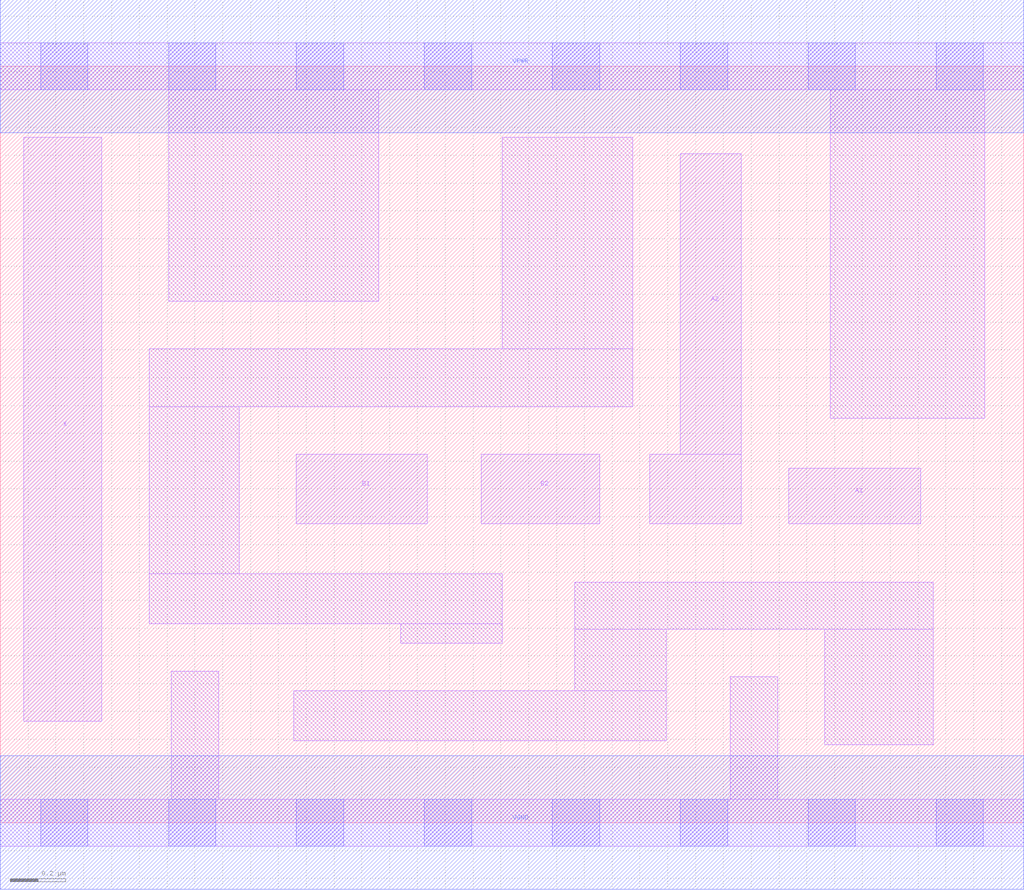
<source format=lef>
# Copyright 2020 The SkyWater PDK Authors
#
# Licensed under the Apache License, Version 2.0 (the "License");
# you may not use this file except in compliance with the License.
# You may obtain a copy of the License at
#
#     https://www.apache.org/licenses/LICENSE-2.0
#
# Unless required by applicable law or agreed to in writing, software
# distributed under the License is distributed on an "AS IS" BASIS,
# WITHOUT WARRANTIES OR CONDITIONS OF ANY KIND, either express or implied.
# See the License for the specific language governing permissions and
# limitations under the License.
#
# SPDX-License-Identifier: Apache-2.0

VERSION 5.7 ;
BUSBITCHARS "[]" ;
DIVIDERCHAR "/" ;
PROPERTYDEFINITIONS
  MACRO maskLayoutSubType STRING ;
  MACRO prCellType STRING ;
  MACRO originalViewName STRING ;
END PROPERTYDEFINITIONS
MACRO sky130_fd_sc_hdll__o22a_1
  ORIGIN  0.000000  0.000000 ;
  CLASS CORE ;
  SYMMETRY X Y R90 ;
  SIZE  3.680000 BY  2.720000 ;
  SITE unithd ;
  PIN A1
    ANTENNAGATEAREA  0.277500 ;
    DIRECTION INPUT ;
    USE SIGNAL ;
    PORT
      LAYER li1 ;
        RECT 2.835000 1.075000 3.310000 1.275000 ;
    END
  END A1
  PIN A2
    ANTENNAGATEAREA  0.277500 ;
    DIRECTION INPUT ;
    USE SIGNAL ;
    PORT
      LAYER li1 ;
        RECT 2.335000 1.075000 2.665000 1.325000 ;
        RECT 2.445000 1.325000 2.665000 2.405000 ;
    END
  END A2
  PIN B1
    ANTENNAGATEAREA  0.277500 ;
    DIRECTION INPUT ;
    USE SIGNAL ;
    PORT
      LAYER li1 ;
        RECT 1.065000 1.075000 1.535000 1.325000 ;
    END
  END B1
  PIN B2
    ANTENNAGATEAREA  0.277500 ;
    DIRECTION INPUT ;
    USE SIGNAL ;
    PORT
      LAYER li1 ;
        RECT 1.730000 1.075000 2.155000 1.325000 ;
    END
  END B2
  PIN VGND
    DIRECTION INOUT ;
    USE SIGNAL ;
    PORT
      LAYER met1 ;
        RECT 0.000000 -0.240000 3.680000 0.240000 ;
    END
  END VGND
  PIN VPWR
    DIRECTION INOUT ;
    USE SIGNAL ;
    PORT
      LAYER met1 ;
        RECT 0.000000 2.480000 3.680000 2.960000 ;
    END
  END VPWR
  PIN X
    ANTENNADIFFAREA  0.472000 ;
    DIRECTION OUTPUT ;
    USE SIGNAL ;
    PORT
      LAYER li1 ;
        RECT 0.085000 0.365000 0.365000 2.465000 ;
    END
  END X
  OBS
    LAYER li1 ;
      RECT 0.000000 -0.085000 3.680000 0.085000 ;
      RECT 0.000000  2.635000 3.680000 2.805000 ;
      RECT 0.535000  0.715000 1.805000 0.895000 ;
      RECT 0.535000  0.895000 0.860000 1.495000 ;
      RECT 0.535000  1.495000 2.275000 1.705000 ;
      RECT 0.605000  1.875000 1.360000 2.635000 ;
      RECT 0.615000  0.085000 0.785000 0.545000 ;
      RECT 1.055000  0.295000 2.395000 0.475000 ;
      RECT 1.440000  0.645000 1.805000 0.715000 ;
      RECT 1.805000  1.705000 2.275000 2.465000 ;
      RECT 2.065000  0.475000 2.395000 0.695000 ;
      RECT 2.065000  0.695000 3.355000 0.865000 ;
      RECT 2.625000  0.085000 2.795000 0.525000 ;
      RECT 2.965000  0.280000 3.355000 0.695000 ;
      RECT 2.985000  1.455000 3.540000 2.635000 ;
    LAYER mcon ;
      RECT 0.145000 -0.085000 0.315000 0.085000 ;
      RECT 0.145000  2.635000 0.315000 2.805000 ;
      RECT 0.605000 -0.085000 0.775000 0.085000 ;
      RECT 0.605000  2.635000 0.775000 2.805000 ;
      RECT 1.065000 -0.085000 1.235000 0.085000 ;
      RECT 1.065000  2.635000 1.235000 2.805000 ;
      RECT 1.525000 -0.085000 1.695000 0.085000 ;
      RECT 1.525000  2.635000 1.695000 2.805000 ;
      RECT 1.985000 -0.085000 2.155000 0.085000 ;
      RECT 1.985000  2.635000 2.155000 2.805000 ;
      RECT 2.445000 -0.085000 2.615000 0.085000 ;
      RECT 2.445000  2.635000 2.615000 2.805000 ;
      RECT 2.905000 -0.085000 3.075000 0.085000 ;
      RECT 2.905000  2.635000 3.075000 2.805000 ;
      RECT 3.365000 -0.085000 3.535000 0.085000 ;
      RECT 3.365000  2.635000 3.535000 2.805000 ;
  END
  PROPERTY maskLayoutSubType "abstract" ;
  PROPERTY prCellType "standard" ;
  PROPERTY originalViewName "layout" ;
END sky130_fd_sc_hdll__o22a_1
END LIBRARY

</source>
